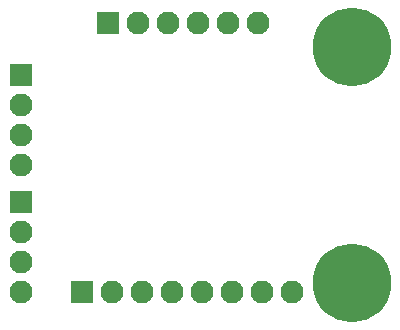
<source format=gbs>
G04*
G04 #@! TF.GenerationSoftware,Altium Limited,Altium Designer,24.10.1 (45)*
G04*
G04 Layer_Color=16711935*
%FSLAX25Y25*%
%MOIN*%
G70*
G04*
G04 #@! TF.SameCoordinates,420246D5-23F9-42E6-AD95-1A962FCA9351*
G04*
G04*
G04 #@! TF.FilePolarity,Negative*
G04*
G01*
G75*
%ADD28C,0.07677*%
%ADD29R,0.07677X0.07677*%
%ADD30R,0.07677X0.07677*%
%ADD31C,0.26181*%
D28*
X90945Y102362D02*
D03*
X80945D02*
D03*
X70945D02*
D03*
X50945D02*
D03*
X60945D02*
D03*
X82165Y12559D02*
D03*
X72165D02*
D03*
X62165D02*
D03*
X42165D02*
D03*
X52165D02*
D03*
X92165D02*
D03*
X102165D02*
D03*
X11811Y54882D02*
D03*
Y74882D02*
D03*
Y64882D02*
D03*
Y12559D02*
D03*
Y32559D02*
D03*
Y22559D02*
D03*
D29*
X40945Y102362D02*
D03*
X32165Y12559D02*
D03*
D30*
X11811Y84882D02*
D03*
Y42559D02*
D03*
D31*
X122047Y15748D02*
D03*
Y94488D02*
D03*
M02*

</source>
